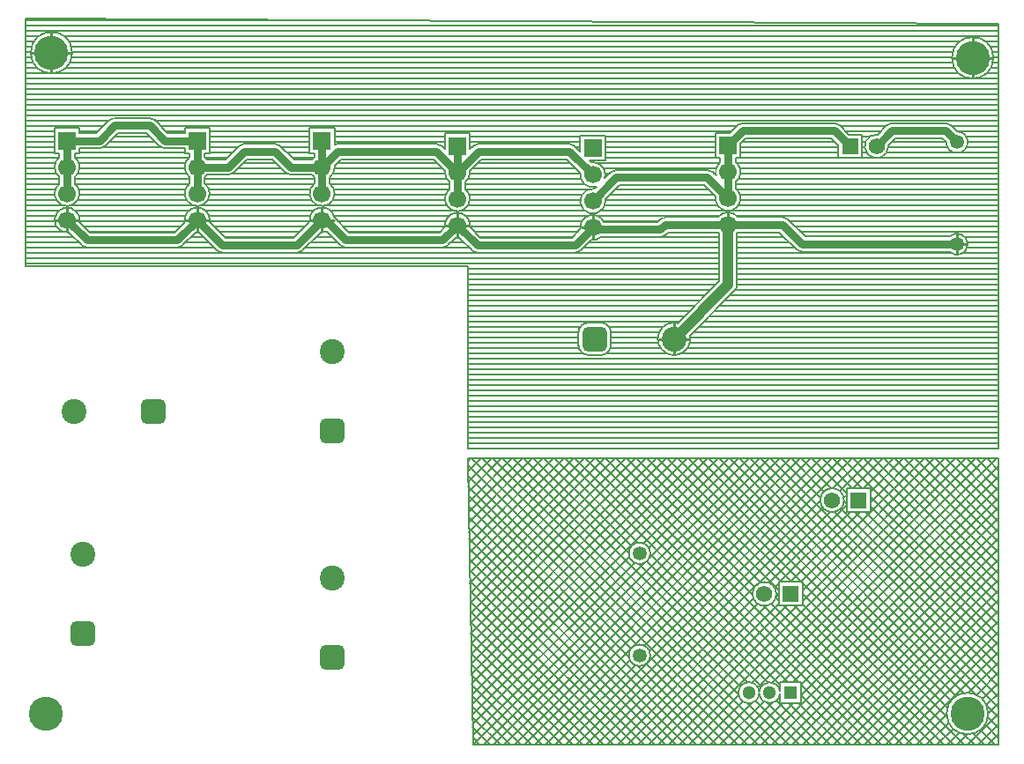
<source format=gtl>
G04*
G04 #@! TF.GenerationSoftware,Altium Limited,Altium Designer,22.1.2 (22)*
G04*
G04 Layer_Physical_Order=1*
G04 Layer_Color=255*
%FSLAX25Y25*%
%MOIN*%
G70*
G04*
G04 #@! TF.SameCoordinates,D2A74ED6-6853-450D-875C-18D0DEDCCFCE*
G04*
G04*
G04 #@! TF.FilePolarity,Positive*
G04*
G01*
G75*
%ADD13C,0.01000*%
%ADD19C,0.06181*%
%ADD20R,0.06181X0.06181*%
%ADD25C,0.00800*%
%ADD26C,0.02953*%
%ADD27C,0.03937*%
G04:AMPARAMS|DCode=28|XSize=94.49mil|YSize=94.49mil|CornerRadius=23.62mil|HoleSize=0mil|Usage=FLASHONLY|Rotation=0.000|XOffset=0mil|YOffset=0mil|HoleType=Round|Shape=RoundedRectangle|*
%AMROUNDEDRECTD28*
21,1,0.09449,0.04724,0,0,0.0*
21,1,0.04724,0.09449,0,0,0.0*
1,1,0.04724,0.02362,-0.02362*
1,1,0.04724,-0.02362,-0.02362*
1,1,0.04724,-0.02362,0.02362*
1,1,0.04724,0.02362,0.02362*
%
%ADD28ROUNDEDRECTD28*%
%ADD29C,0.09449*%
G04:AMPARAMS|DCode=30|XSize=94.49mil|YSize=94.49mil|CornerRadius=23.62mil|HoleSize=0mil|Usage=FLASHONLY|Rotation=90.000|XOffset=0mil|YOffset=0mil|HoleType=Round|Shape=RoundedRectangle|*
%AMROUNDEDRECTD30*
21,1,0.09449,0.04724,0,0,90.0*
21,1,0.04724,0.09449,0,0,90.0*
1,1,0.04724,0.02362,0.02362*
1,1,0.04724,0.02362,-0.02362*
1,1,0.04724,-0.02362,-0.02362*
1,1,0.04724,-0.02362,0.02362*
%
%ADD30ROUNDEDRECTD30*%
%ADD31R,0.06693X0.06693*%
%ADD32C,0.06693*%
%ADD33C,0.05315*%
%ADD34C,0.05118*%
%ADD35R,0.05118X0.05118*%
%ADD36C,0.12874*%
D13*
X368110Y263779D02*
Y271217D01*
Y263779D02*
X375547D01*
X360673D02*
X368110D01*
Y256343D02*
Y263779D01*
X362205Y193307D02*
Y196965D01*
Y193307D02*
X365862D01*
X362205Y189650D02*
Y193307D01*
X275591Y200630D02*
Y204976D01*
X224410Y199567D02*
Y203913D01*
X220063Y199567D02*
X224410D01*
Y195220D02*
Y199567D01*
X255158Y157480D02*
Y163205D01*
X249434Y157480D02*
X255158D01*
X260882D01*
X255158Y151756D02*
Y157480D01*
X19685Y265748D02*
Y273185D01*
Y265748D02*
X27122D01*
X12248D02*
X19685D01*
Y258311D02*
Y265748D01*
X173228Y200472D02*
Y204819D01*
X122047Y202441D02*
Y206787D01*
X117701Y202441D02*
X122047D01*
X168882Y200472D02*
X173228D01*
Y196126D02*
Y200472D01*
X177575D01*
X122047Y202441D02*
X126394D01*
X122047Y198094D02*
Y202441D01*
X74803D02*
X79150D01*
X74803D02*
Y206787D01*
X25591Y198094D02*
Y202441D01*
Y206787D01*
X74803Y198094D02*
Y202441D01*
X70457D02*
X74803D01*
X25591D02*
X29937D01*
X21244D02*
X25591D01*
D19*
X331772Y230315D02*
D03*
X289370Y61024D02*
D03*
X314961Y96457D02*
D03*
D20*
X321772Y230315D02*
D03*
X299370Y61024D02*
D03*
X324961Y96457D02*
D03*
D25*
X375947Y263779D02*
G03*
X375947Y263779I-7837J0D01*
G01*
X359908Y238254D02*
G03*
X357874Y239097I-2034J-2034D01*
G01*
X366262Y231890D02*
G03*
X362215Y235947I-4058J0D01*
G01*
X337677Y239097D02*
G03*
X335643Y238254I0J-2876D01*
G01*
X337677Y239097D02*
G03*
X335643Y238254I0J-2876D01*
G01*
X317900D02*
G03*
X315866Y239097I-2034J-2034D01*
G01*
X359908Y238254D02*
G03*
X357874Y239097I-2034J-2034D01*
G01*
X281181D02*
G03*
X279147Y238254I0J-2876D01*
G01*
X281181Y239097D02*
G03*
X279147Y238254I0J-2876D01*
G01*
X317900D02*
G03*
X315866Y239097I-2034J-2034D01*
G01*
X332176Y234787D02*
G03*
X336262Y230315I-404J-4472D01*
G01*
D02*
G03*
X336244Y230719I-4491J0D01*
G01*
X358147Y231879D02*
G03*
X366262Y231890I4058J10D01*
G01*
X280337Y220630D02*
G03*
X278467Y224406I-4747J0D01*
G01*
X272714D02*
G03*
X271054Y219234I2876J-3776D01*
G01*
X229156Y219567D02*
G03*
X223774Y224271I-4747J0D01*
G01*
X217664Y230380D02*
G03*
X215630Y231223I-2034J-2034D01*
G01*
X217664Y230380D02*
G03*
X215630Y231223I-2034J-2034D01*
G01*
X181102D02*
G03*
X179069Y230380I0J-2876D01*
G01*
X181102Y231223D02*
G03*
X179069Y230380I0J-2876D01*
G01*
X269750Y220538D02*
G03*
X267717Y221380I-2034J-2034D01*
G01*
X278467Y216854D02*
G03*
X280337Y220630I-2876J3776D01*
G01*
X269750Y220538D02*
G03*
X267717Y221380I-2034J-2034D01*
G01*
X233347D02*
G03*
X231313Y220538I0J-2876D01*
G01*
X233347Y221380D02*
G03*
X231313Y220538I0J-2876D01*
G01*
X280337Y210630D02*
G03*
X278467Y214405I-4747J0D01*
G01*
X270887Y211266D02*
G03*
X280337Y210630I4704J-636D01*
G01*
X229156Y209567D02*
G03*
X229113Y210203I-4747J0D01*
G01*
X219706Y220203D02*
G03*
X225805Y215030I4704J-636D01*
G01*
X228946Y218171D02*
G03*
X229156Y219567I-4537J1395D01*
G01*
X177975Y220472D02*
G03*
X177932Y221108I-4747J0D01*
G01*
X225045Y214271D02*
G03*
X229156Y209567I-636J-4704D01*
G01*
X366262Y193307D02*
G03*
X359343Y196184I-4058J0D01*
G01*
X298254Y202664D02*
G03*
X296220Y203506I-2034J-2034D01*
G01*
X359343Y190431D02*
G03*
X366262Y193307I2862J2876D01*
G01*
X301509Y191273D02*
G03*
X303543Y190431I2034J2034D01*
G01*
X301509Y191273D02*
G03*
X303543Y190431I2034J2034D01*
G01*
X298254Y202664D02*
G03*
X296220Y203506I-2034J-2034D01*
G01*
X279366D02*
G03*
X271815Y203506I-3776J-2876D01*
G01*
X278959Y197286D02*
G03*
X279366Y197754I-3368J3344D01*
G01*
X277972Y175531D02*
G03*
X278959Y177913I-2382J2382D01*
G01*
X277972Y175531D02*
G03*
X278959Y177913I-2382J2382D01*
G01*
X251811Y203506D02*
G03*
X249777Y202664I0J-2876D01*
G01*
X251811Y203506D02*
G03*
X249777Y202664I0J-2876D01*
G01*
X271815Y197754D02*
G03*
X272222Y197286I3776J2876D01*
G01*
X250000Y195942D02*
G03*
X252034Y196785I0J2876D01*
G01*
X250000Y195942D02*
G03*
X252034Y196785I0J2876D01*
G01*
X223774Y194863D02*
G03*
X227474Y195942I636J4704D01*
G01*
X228652Y201695D02*
G03*
X219706Y198931I-4242J-2128D01*
G01*
X177932Y199837D02*
G03*
X177975Y200472I-4704J636D01*
G01*
X217756Y190037D02*
G03*
X219790Y190879I0J2876D01*
G01*
X217756Y190037D02*
G03*
X219790Y190879I0J2876D01*
G01*
X178753D02*
G03*
X180787Y190037I2034J2034D01*
G01*
X178753Y190879D02*
G03*
X180787Y190037I2034J2034D01*
G01*
X261282Y157480D02*
G03*
X261157Y158715I-6124J0D01*
G01*
X231282Y159843D02*
G03*
X227520Y163605I-3762J0D01*
G01*
X256393Y163479D02*
G03*
X261282Y157480I-1235J-5999D01*
G01*
X227520Y151356D02*
G03*
X231282Y155118I0J3762D01*
G01*
X222796Y163605D02*
G03*
X219034Y159843I0J-3762D01*
G01*
Y155118D02*
G03*
X222796Y151356I3762J0D01*
G01*
X127953Y231223D02*
G03*
X126794Y230979I0J-2876D01*
G01*
X92520Y231223D02*
G03*
X90486Y230380I0J-2876D01*
G01*
X106365D02*
G03*
X104331Y231223I-2034J-2034D01*
G01*
X106365Y230380D02*
G03*
X104331Y231223I-2034J-2034D01*
G01*
X167388Y230380D02*
G03*
X165354Y231223I-2034J-2034D01*
G01*
X167388Y230380D02*
G03*
X165354Y231223I-2034J-2034D01*
G01*
X127953D02*
G03*
X126794Y230979I0J-2876D01*
G01*
X119171Y226217D02*
G03*
X118272Y225317I2876J-3776D01*
G01*
X126794Y222441D02*
G03*
X126751Y223077I-4747J0D01*
G01*
X92520Y231223D02*
G03*
X90486Y230380I0J-2876D01*
G01*
X108202Y220407D02*
G03*
X110236Y219565I2034J2034D01*
G01*
X86614D02*
G03*
X88648Y220407I0J2876D01*
G01*
X86614Y219565D02*
G03*
X88648Y220407I0J2876D01*
G01*
X58786Y240223D02*
G03*
X56752Y241065I-2034J-2034D01*
G01*
X58786Y240223D02*
G03*
X56752Y241065I-2034J-2034D01*
G01*
X43642D02*
G03*
X41608Y240223I0J-2876D01*
G01*
X43642Y241065D02*
G03*
X41608Y240223I0J-2876D01*
G01*
X27522Y265748D02*
G03*
X27522Y265748I-7837J0D01*
G01*
X60466Y230407D02*
G03*
X62500Y229565I2034J2034D01*
G01*
X60466Y230407D02*
G03*
X62500Y229565I2034J2034D01*
G01*
X37894D02*
G03*
X39928Y230407I0J2876D01*
G01*
X37894Y229565D02*
G03*
X39928Y230407I0J2876D01*
G01*
X78579Y225317D02*
G03*
X77680Y226217I-3776J-2876D01*
G01*
X30337Y222441D02*
G03*
X28467Y226217I-4747J0D01*
G01*
X176105Y216697D02*
G03*
X177975Y220472I-2876J3776D01*
G01*
Y210472D02*
G03*
X176105Y214248I-4747J0D01*
G01*
X168525Y221108D02*
G03*
X170352Y216697I4704J-636D01*
G01*
X124924Y218665D02*
G03*
X126794Y222441I-2876J3776D01*
G01*
X177975Y200472D02*
G03*
X168525Y199837I-4747J0D01*
G01*
X170352Y214248D02*
G03*
X177975Y210472I2876J-3776D01*
G01*
X126794Y212441D02*
G03*
X124924Y216217I-4747J0D01*
G01*
X118272Y219565D02*
G03*
X119171Y218665I3776J2876D01*
G01*
X126727Y203234D02*
G03*
X117344Y201805I-4680J-793D01*
G01*
X119171Y216217D02*
G03*
X126794Y212441I2876J-3776D01*
G01*
X172592Y195769D02*
G03*
X173864Y195769I636J4704D01*
G01*
X167638Y192006D02*
G03*
X169672Y192848I0J2876D01*
G01*
X167638Y192006D02*
G03*
X169672Y192848I0J2876D01*
G01*
X128978D02*
G03*
X131011Y192006I2034J2034D01*
G01*
X128978Y192848D02*
G03*
X131011Y192006I2034J2034D01*
G01*
X121411Y197737D02*
G03*
X123797Y198029I636J4704D01*
G01*
X112520Y190037D02*
G03*
X114554Y190879I0J2876D01*
G01*
X112520Y190037D02*
G03*
X114554Y190879I0J2876D01*
G01*
X108202Y220407D02*
G03*
X110236Y219565I2034J2034D01*
G01*
X77680Y218665D02*
G03*
X78579Y219565I-2876J3776D01*
G01*
X71927Y226217D02*
G03*
X71927Y218665I2876J-3776D01*
G01*
X30337Y212441D02*
G03*
X28467Y216217I-4747J0D01*
G01*
X79550Y212441D02*
G03*
X77680Y216217I-4747J0D01*
G01*
X79550Y202441D02*
G03*
X70100Y201805I-4747J0D01*
G01*
X71927Y216217D02*
G03*
X79550Y212441I2876J-3776D01*
G01*
X28467Y218665D02*
G03*
X30337Y222441I-2876J3776D01*
G01*
X22714Y226217D02*
G03*
X22714Y218665I2876J-3776D01*
G01*
X30337Y202441D02*
G03*
X26226Y197737I-4747J0D01*
G01*
X22714Y216217D02*
G03*
X30337Y212441I2876J-3776D01*
G01*
X79507Y201805D02*
G03*
X79550Y202441I-4704J636D01*
G01*
X74167Y197737D02*
G03*
X75439Y197737I636J4704D01*
G01*
X82297Y190879D02*
G03*
X84331Y190037I2034J2034D01*
G01*
X82297Y190879D02*
G03*
X84331Y190037I2034J2034D01*
G01*
X67244Y192006D02*
G03*
X69278Y192848I0J2876D01*
G01*
X67244Y192006D02*
G03*
X69278Y192848I0J2876D01*
G01*
X30294Y201805D02*
G03*
X30337Y202441I-4704J636D01*
G01*
X31116Y192848D02*
G03*
X33150Y192006I2034J2034D01*
G01*
X31116Y192848D02*
G03*
X33150Y192006I2034J2034D01*
G01*
X319451Y96457D02*
G03*
X319451Y96457I-4491J0D01*
G01*
X293861Y61024D02*
G03*
X293861Y61024I-4491J0D01*
G01*
X373979Y15748D02*
G03*
X373979Y15748I-7837J0D01*
G01*
X295253Y24211D02*
G03*
X287402Y24039I-3915J-589D01*
G01*
Y23205D02*
G03*
X295253Y23033I3937J417D01*
G01*
X287402Y24039D02*
G03*
X287402Y23205I-3937J-417D01*
G01*
X246183Y76378D02*
G03*
X246183Y76378I-4058J0D01*
G01*
Y37795D02*
G03*
X246183Y37795I-4058J0D01*
G01*
X375945Y263960D02*
X377953D01*
X375733Y261960D02*
X377953D01*
X375638Y265960D02*
X377953D01*
X374954Y259960D02*
X377953D01*
X373360Y257960D02*
X377953D01*
X372929Y269960D02*
X377953D01*
X374739Y267960D02*
X377953D01*
X368639Y255960D02*
X377953D01*
X360202Y237960D02*
X377953D01*
X365694Y233960D02*
X377953D01*
X362202Y235960D02*
X377953D01*
X359908Y238254D02*
X362215Y235947D01*
X337677Y239097D02*
X357874D01*
X281181D02*
X315866D01*
X320194Y235960D02*
X333349D01*
X332176Y234787D02*
X335643Y238254D01*
X318194Y237960D02*
X335349D01*
X326262Y233960D02*
X329149D01*
X321349Y234805D02*
X326262D01*
X317900Y238254D02*
X321349Y234805D01*
X326262Y225824D02*
Y234805D01*
X280337Y231309D02*
X282373Y233344D01*
X338869D02*
X356683D01*
X358147Y231879D01*
X337485Y231960D02*
X358066D01*
X366262D02*
X377953D01*
X336248Y229960D02*
X358635D01*
X336244Y230719D02*
X338869Y233344D01*
X326262Y231960D02*
X327593D01*
X326262Y229960D02*
X327295D01*
X365774D02*
X377953D01*
X335595Y227960D02*
X361193D01*
X363216D02*
X377953D01*
X332868Y225960D02*
X377953D01*
X326262Y227960D02*
X327948D01*
X317281Y225824D02*
Y230738D01*
X326262Y225960D02*
X330675D01*
X317281Y225824D02*
X326262D01*
X280337Y227960D02*
X317281D01*
X280337Y225960D02*
X317281D01*
X280337Y229960D02*
X317281D01*
X280147Y221960D02*
X377953D01*
X278972Y223960D02*
X377953D01*
X314675Y233344D02*
X317281Y230738D01*
X282373Y233344D02*
X314675D01*
X280989Y231960D02*
X316058D01*
X280147Y211960D02*
X377953D01*
X280290Y209960D02*
X377953D01*
X279515Y207960D02*
X377953D01*
X278972Y203960D02*
X377953D01*
X276442Y205960D02*
X377953D01*
X280290Y219960D02*
X377953D01*
X279515Y217960D02*
X377953D01*
X278972Y213960D02*
X377953D01*
X278467Y215960D02*
X377953D01*
X270844Y235376D02*
X276269D01*
X279147Y238254D01*
X270844Y225884D02*
Y235376D01*
X278467Y225884D02*
X280337D01*
X270844D02*
X272714D01*
X229156Y231960D02*
X270844D01*
X229156Y229960D02*
X270844D01*
X229156Y233960D02*
X270844D01*
X229156Y225960D02*
X270844D01*
X229156Y227960D02*
X270844D01*
X280337Y225884D02*
Y231309D01*
X278467Y224406D02*
Y225884D01*
X272714Y224406D02*
Y225884D01*
X226206Y223960D02*
X272209D01*
X229156Y224820D02*
Y234313D01*
X223224Y224820D02*
X223774Y224271D01*
X223224Y224820D02*
X229156D01*
X219663Y234313D02*
X229156D01*
X177975Y231960D02*
X219663D01*
X177975Y233960D02*
X219663D01*
X181102Y231223D02*
X215630D01*
X177975Y229960D02*
X178648D01*
X218084D02*
X219663D01*
Y228381D02*
Y234313D01*
X217664Y230380D02*
X219663Y228381D01*
X214439Y225470D02*
X219706Y220203D01*
X180784Y223960D02*
X215948D01*
X177975Y229287D02*
X179069Y230380D01*
X177975Y229287D02*
Y235219D01*
X182294Y225470D02*
X214439D01*
X177932Y221108D02*
X182294Y225470D01*
X270328Y219960D02*
X270892D01*
X269750Y220538D02*
X271054Y219234D01*
X233347Y221380D02*
X267717D01*
X229140Y219960D02*
X230735D01*
X278467Y214405D02*
Y216854D01*
X266525Y215628D02*
X270887Y211266D01*
X229140Y209960D02*
X270892D01*
X234538Y215628D02*
X266525D01*
X232871Y213960D02*
X268192D01*
X230871Y211960D02*
X270192D01*
X228508Y221960D02*
X271034D01*
X228946Y218171D02*
X231313Y220538D01*
X225045Y214271D02*
X225805Y215030D01*
X178784Y221960D02*
X217948D01*
X177947Y219960D02*
X219679D01*
X177255Y217960D02*
X219943D01*
X229113Y210203D02*
X234538Y215628D01*
X228876Y207960D02*
X271666D01*
X227495Y205960D02*
X274740D01*
X226206Y203960D02*
X272209D01*
X177736Y211960D02*
X220311D01*
X176448Y213960D02*
X222613D01*
X177947Y209960D02*
X219679D01*
X177255Y207960D02*
X219943D01*
X300958Y199960D02*
X377953D01*
X302958Y197960D02*
X377953D01*
X298958Y201960D02*
X377953D01*
X366209Y193960D02*
X377953D01*
X365274Y195960D02*
X377953D01*
X298254Y202664D02*
X304735Y196184D01*
X359343D01*
X377953Y116142D02*
Y276580D01*
X366032Y191960D02*
X377953D01*
X364499Y189960D02*
X377953D01*
X303543Y190431D02*
X359343D01*
X279366Y197754D02*
X295029D01*
X279366Y203506D02*
X296220D01*
X278959Y193960D02*
X298822D01*
X278959Y195960D02*
X296822D01*
X222871Y193960D02*
X272222D01*
X278959Y187960D02*
X377953D01*
X278959Y185960D02*
X377953D01*
X278959Y189960D02*
X359911D01*
X278959Y181960D02*
X377953D01*
X278959Y183960D02*
X377953D01*
X295029Y197754D02*
X301509Y191273D01*
X278959Y177913D02*
Y197286D01*
Y191960D02*
X300822D01*
X220871D02*
X272222D01*
X278335Y175960D02*
X377953D01*
X276402Y173960D02*
X377953D01*
X274402Y171960D02*
X377953D01*
X272402Y169960D02*
X377953D01*
X270402Y167960D02*
X377953D01*
X278959Y177960D02*
X377953D01*
X278959Y179960D02*
X377953D01*
X262402Y159960D02*
X377953D01*
X261263Y157960D02*
X377953D01*
X261091Y155960D02*
X377953D01*
X260170Y153960D02*
X377953D01*
X257811Y151960D02*
X377953D01*
X268402Y165960D02*
X377953D01*
X261157Y158715D02*
X277972Y175531D01*
X266402Y163960D02*
X377953D01*
X264402Y161960D02*
X377953D01*
X177165Y139960D02*
X377953D01*
X177165Y137960D02*
X377953D01*
X177165Y141960D02*
X377953D01*
X177165Y133960D02*
X377953D01*
X177165Y135960D02*
X377953D01*
X177165Y147960D02*
X377953D01*
X177165Y149960D02*
X377953D01*
X177165Y143960D02*
X377953D01*
X177165Y145960D02*
X377953D01*
X177165Y121960D02*
X377953D01*
X177165Y119960D02*
X377953D01*
X177165Y123960D02*
X377953D01*
X177165Y116142D02*
X377953D01*
X177165Y117960D02*
X377953D01*
X177165Y129960D02*
X377953D01*
X177165Y131960D02*
X377953D01*
X177165Y125960D02*
X377953D01*
X177165Y127960D02*
X377953D01*
X251811Y203506D02*
X271815D01*
X253003Y197754D02*
X271815D01*
X248809Y201695D02*
X249777Y202664D01*
X228508Y201960D02*
X249074D01*
X228652Y201695D02*
X248809D01*
X272222Y179308D02*
Y197286D01*
X252034Y196785D02*
X253003Y197754D01*
X250320Y195960D02*
X272222D01*
X227474Y195942D02*
X250000D01*
X177947Y199960D02*
X219679D01*
X177736Y201960D02*
X220311D01*
X216564Y195790D02*
X219706Y198931D01*
X179808Y197960D02*
X218735D01*
X177932Y199837D02*
X181979Y195790D01*
X216564D01*
X181808Y195960D02*
X216735D01*
X219790Y190879D02*
X223774Y194863D01*
X177165Y181960D02*
X272222D01*
X177165Y183960D02*
X272222D01*
X180787Y190037D02*
X217756D01*
X177165Y116142D02*
Y185039D01*
X256393Y163479D02*
X272222Y179308D01*
X230630Y161960D02*
X250982D01*
X222796Y163605D02*
X227520D01*
X231282Y157960D02*
X249052D01*
X231280Y159960D02*
X249558D01*
X231100Y153960D02*
X250146D01*
X229565Y151960D02*
X252505D01*
X231282Y155960D02*
X249225D01*
X231282Y155118D02*
Y159843D01*
X222796Y151356D02*
X227520D01*
X177165Y177960D02*
X270874D01*
X177165Y175960D02*
X268874D01*
X177165Y179960D02*
X272222D01*
X177165Y171960D02*
X264874D01*
X177165Y173960D02*
X266874D01*
X177165Y167960D02*
X260874D01*
X177165Y169960D02*
X262874D01*
X177165Y163960D02*
X256874D01*
X177165Y165960D02*
X258874D01*
X177165Y161960D02*
X219686D01*
X177165Y151960D02*
X220751D01*
X177165Y153960D02*
X219216D01*
X219034Y155118D02*
Y159843D01*
X177165Y159960D02*
X219035D01*
X177165Y155960D02*
X219034D01*
X177165Y157960D02*
X219034D01*
X27519Y265960D02*
X360583D01*
X59048Y239960D02*
X377953D01*
X27315Y263960D02*
X360275D01*
X126794Y235960D02*
X276853D01*
X61048Y237960D02*
X278853D01*
X117301Y237187D02*
X126794D01*
X168482Y235219D02*
X177975D01*
X79550Y235960D02*
X117301D01*
X126794Y233960D02*
X168482D01*
X79550D02*
X117301D01*
X126794Y230979D02*
Y237187D01*
X168482Y229287D02*
Y235219D01*
X117301Y227695D02*
Y237187D01*
X126794Y231960D02*
X168482D01*
X79550D02*
X117301D01*
X9843Y275960D02*
X377953D01*
X9843Y273960D02*
X377953D01*
X9843Y278549D02*
X377953Y276580D01*
X26294Y269960D02*
X363292D01*
X24463Y271960D02*
X377953D01*
X27203Y267960D02*
X361482D01*
X9843Y277960D02*
X119838D01*
X26546Y261960D02*
X360487D01*
X24969Y259960D02*
X361267D01*
X9843Y247960D02*
X377953D01*
X9843Y245960D02*
X377953D01*
X9843Y249960D02*
X377953D01*
X9843Y241960D02*
X377953D01*
X9843Y243960D02*
X377953D01*
X20563Y257960D02*
X362861D01*
X9843Y255960D02*
X367582D01*
X9843Y251960D02*
X377953D01*
X9843Y253960D02*
X377953D01*
X127953Y231223D02*
X165354D01*
X167808Y229960D02*
X168482D01*
X167388Y230380D02*
X168482Y229287D01*
X117301Y227695D02*
X119171D01*
Y226217D02*
Y227695D01*
X110785Y225960D02*
X118862D01*
X129144Y225470D02*
X164163D01*
X168525Y221108D01*
X127635Y223960D02*
X165673D01*
X126769Y221960D02*
X167673D01*
X126094Y219960D02*
X168510D01*
X126751Y223077D02*
X129144Y225470D01*
X111428Y225317D02*
X118272D01*
X106785Y229960D02*
X117301D01*
X106365Y230380D02*
X111428Y225317D01*
X92520Y231223D02*
X104331D01*
X108785Y227960D02*
X117301D01*
X93711Y225470D02*
X103139D01*
X85423Y225317D02*
X90486Y230380D01*
X79550Y227960D02*
X88066D01*
X79550Y229960D02*
X90066D01*
X103139Y225470D02*
X108202Y220407D01*
X90201Y221960D02*
X106649D01*
X110236Y219565D02*
X118272D01*
X88070Y219960D02*
X108780D01*
X92201Y223960D02*
X104649D01*
X88648Y220407D02*
X93711Y225470D01*
X43642Y241065D02*
X56752D01*
X70057Y237187D02*
X79550D01*
X63048Y235960D02*
X70057D01*
X20844Y237187D02*
X30337D01*
Y235960D02*
X37345D01*
X30337Y235317D02*
Y237187D01*
X70057Y235317D02*
Y237187D01*
X79550Y227695D02*
Y237187D01*
X58786Y240223D02*
X63691Y235317D01*
X70057D01*
X55560Y235313D02*
X60466Y230407D01*
X36702Y235317D02*
X41608Y240223D01*
X30337Y235317D02*
X36702D01*
X44833Y235313D02*
X55560D01*
X39928Y230407D02*
X44833Y235313D01*
X9843Y269960D02*
X13076D01*
X9843Y271960D02*
X14907D01*
X9843Y265960D02*
X11851D01*
X9843Y267960D02*
X12167D01*
X9843Y261960D02*
X12824D01*
X9843Y263960D02*
X12055D01*
X9843Y237960D02*
X39345D01*
X9843Y239960D02*
X41345D01*
X20844Y227695D02*
Y237187D01*
X9843Y233960D02*
X20844D01*
X9843Y259960D02*
X14401D01*
X9843Y235960D02*
X20844D01*
X9843Y257960D02*
X18807D01*
X39350Y229960D02*
X61044D01*
X62500Y229565D02*
X70057D01*
X30337Y227960D02*
X70057D01*
X43481Y233960D02*
X56913D01*
X41481Y231960D02*
X58913D01*
X77988Y225960D02*
X86066D01*
X77680Y227695D02*
X79550D01*
X78579Y219565D02*
X86614D01*
X78579Y225317D02*
X85423D01*
X70057Y227695D02*
X71927D01*
X70057D02*
Y229565D01*
X77680Y226217D02*
Y227695D01*
X71927Y226217D02*
Y227695D01*
X30337Y229565D02*
X37894D01*
X30337Y227695D02*
Y229565D01*
X22714Y226217D02*
Y227695D01*
X28467D02*
X30337D01*
X28467Y226217D02*
Y227695D01*
X9843Y229960D02*
X20844D01*
X9843Y231960D02*
X20844D01*
Y227695D02*
X22714D01*
X9843Y227960D02*
X20844D01*
X28775Y225960D02*
X71618D01*
X30087Y223960D02*
X70306D01*
X30313Y221960D02*
X70081D01*
X29637Y219960D02*
X70757D01*
X9843Y223960D02*
X21094D01*
X9843Y225960D02*
X22406D01*
X9843Y219960D02*
X21544D01*
X9843Y221960D02*
X20868D01*
X176105Y214248D02*
Y216697D01*
X170352Y214248D02*
Y216697D01*
X176105Y215960D02*
X221324D01*
X125232D02*
X170352D01*
X126769Y211960D02*
X168721D01*
X126544Y213960D02*
X170009D01*
X174701Y205960D02*
X221324D01*
X176448Y203960D02*
X222613D01*
X126094Y209960D02*
X168510D01*
X125232Y205960D02*
X171755D01*
X126727Y203234D02*
X132203Y197758D01*
X126544Y203960D02*
X170009D01*
X119171Y216217D02*
Y218665D01*
X124924Y216217D02*
Y218665D01*
X77680Y217960D02*
X119171D01*
X124924D02*
X169201D01*
X77988Y215960D02*
X118862D01*
X79525Y211960D02*
X117325D01*
X79300Y213960D02*
X117551D01*
X123614Y207960D02*
X169201D01*
X78850Y209960D02*
X118001D01*
X76369Y207960D02*
X120481D01*
X79300Y203960D02*
X117551D01*
X77988Y205960D02*
X118862D01*
X128001Y201960D02*
X168721D01*
X166446Y197758D02*
X168525Y199837D01*
X130001Y199960D02*
X168510D01*
X132203Y197758D02*
X166446D01*
X132001Y197960D02*
X166648D01*
X170784Y193960D02*
X175673D01*
X173864Y195769D02*
X178753Y190879D01*
X169672Y192848D02*
X172592Y195769D01*
X123797Y198029D02*
X128978Y192848D01*
X131011Y192006D02*
X167638D01*
X119634Y195960D02*
X125865D01*
X117634Y193960D02*
X127865D01*
X111328Y195790D02*
X117344Y201805D01*
X79525Y201960D02*
X117325D01*
X83351Y197960D02*
X113499D01*
X81352Y199960D02*
X115499D01*
X115635Y191960D02*
X177673D01*
X9843Y187960D02*
X272222D01*
X9843Y189960D02*
X272222D01*
X9843Y185039D02*
X177165D01*
X9843Y185960D02*
X272222D01*
X114554Y190879D02*
X121411Y197737D01*
X84331Y190037D02*
X112520D01*
X71927Y216217D02*
Y218665D01*
X77680Y216217D02*
Y218665D01*
X28467Y217960D02*
X71927D01*
X30087Y213960D02*
X70306D01*
X28775Y215960D02*
X71618D01*
X30313Y211960D02*
X70081D01*
X29637Y209960D02*
X70757D01*
X30087Y203960D02*
X70306D01*
X28775Y205960D02*
X71618D01*
X22714Y216217D02*
Y218665D01*
X28467Y216217D02*
Y218665D01*
X9843Y217960D02*
X22714D01*
X9843Y213960D02*
X21094D01*
X9843Y215960D02*
X22406D01*
X9843Y209960D02*
X21544D01*
X9843Y211960D02*
X20868D01*
X27157Y207960D02*
X73237D01*
X9843D02*
X24024D01*
X9843Y188976D02*
Y278549D01*
Y203960D02*
X21094D01*
X9843Y205960D02*
X22406D01*
X85352Y195960D02*
X111499D01*
X72390D02*
X77216D01*
X66053Y197758D02*
X70100Y201805D01*
X34341Y197758D02*
X66053D01*
X34139Y197960D02*
X66255D01*
X79507Y201805D02*
X85522Y195790D01*
X111328D01*
X75439Y197737D02*
X82297Y190879D01*
X70390Y193960D02*
X79216D01*
X69278Y192848D02*
X74167Y197737D01*
X30313Y201960D02*
X70081D01*
X32139Y199960D02*
X68255D01*
X30294Y201805D02*
X34341Y197758D01*
X9843Y201960D02*
X20868D01*
X9843Y197960D02*
X24024D01*
X9843Y199960D02*
X21544D01*
X26226Y197737D02*
X31116Y192848D01*
X33150Y192006D02*
X67244D01*
X9843Y191960D02*
X81216D01*
X9843Y193960D02*
X30003D01*
X9843Y195960D02*
X28003D01*
X9843Y185039D02*
Y187008D01*
Y188976D01*
X369625Y112205D02*
X377953Y103877D01*
X357933Y112205D02*
X377953Y92185D01*
X354035Y112205D02*
X377953Y88288D01*
X329451Y95748D02*
X345908Y112205D01*
X373523D02*
X377953Y107775D01*
X342343Y112205D02*
X377953Y76595D01*
X330651Y112205D02*
X377953Y64903D01*
X350138Y112205D02*
X377953Y84390D01*
X346241Y112205D02*
X377953Y80493D01*
X303861Y62363D02*
X353703Y112205D01*
X326753D02*
X377953Y61005D01*
X329451Y99646D02*
X342010Y112205D01*
X303115Y65514D02*
X349805Y112205D01*
X292336Y27453D02*
X377087Y112205D01*
X322856D02*
X377953Y57108D01*
X303861Y58465D02*
X357600Y112205D01*
X284524Y27437D02*
X369292Y112205D01*
X361830D02*
X377953Y96082D01*
X338446Y112205D02*
X377953Y72698D01*
X377420Y112205D02*
X377953Y111672D01*
X365728Y112205D02*
X377953Y99980D01*
X329451Y93917D02*
X377953Y45415D01*
X327505Y91966D02*
X377953Y41518D01*
X334548Y112205D02*
X377953Y68800D01*
X329451Y97815D02*
X377953Y49313D01*
X318263Y93413D02*
X377953Y33723D01*
X315744Y92035D02*
X377953Y29826D01*
X318958Y112205D02*
X377953Y53210D01*
X323607Y91966D02*
X377953Y37621D01*
X291676Y112205D02*
X377953Y25928D01*
X303172Y26597D02*
X377953Y101378D01*
X296361Y27581D02*
X377953Y109173D01*
X300259Y27581D02*
X377953Y105275D01*
X322958Y100947D02*
X334215Y112205D01*
X326855Y100947D02*
X338113Y112205D01*
X317935Y99821D02*
X330318Y112205D01*
X320470Y100947D02*
X329451D01*
X320470Y91966D02*
Y100947D01*
X329451Y91966D02*
Y100947D01*
X319361Y97351D02*
X320470Y98459D01*
X319440Y96134D02*
X320470Y95103D01*
X315061Y112205D02*
X326319Y100947D01*
X315159Y100943D02*
X326420Y112205D01*
X303369D02*
X314638Y100936D01*
X311163Y112205D02*
X322421Y100947D01*
X307266Y112205D02*
X320470Y99001D01*
X295574Y112205D02*
X310539Y97240D01*
X299471Y112205D02*
X311917Y99759D01*
X299217Y65514D02*
X325669Y91966D01*
X320470D02*
X329451D01*
X295320Y65514D02*
X321772Y91966D01*
X294880Y65514D02*
X303861D01*
Y56533D02*
Y65514D01*
X294880Y56533D02*
X303861D01*
X303290Y65514D02*
X303861Y64944D01*
X295253Y27581D02*
X303172D01*
X291083Y65175D02*
X320470Y94562D01*
X286419Y64408D02*
X314067Y92056D01*
X294880Y65074D02*
X295320Y65514D01*
X293190Y63384D02*
X294880Y65074D01*
Y56533D02*
Y65514D01*
X293625Y59589D02*
X294880Y58335D01*
X293754Y60051D02*
X294880Y61177D01*
X315589Y3937D02*
X377953Y66301D01*
X319486Y3937D02*
X377953Y62403D01*
X307794Y3937D02*
X377953Y74096D01*
X311692Y3937D02*
X377953Y70198D01*
Y3937D02*
Y112205D01*
X331179Y3937D02*
X377953Y50711D01*
X323384Y3937D02*
X377953Y58506D01*
X327281Y3937D02*
X377953Y54608D01*
X283881Y112205D02*
X377953Y18133D01*
X288307Y3937D02*
X377953Y93583D01*
X287779Y112205D02*
X377953Y22031D01*
X303172Y22699D02*
X377953Y97480D01*
X299999Y3937D02*
X377953Y81890D01*
X303897Y3937D02*
X377953Y77993D01*
X292204Y3937D02*
X377953Y89685D01*
X296102Y3937D02*
X377953Y85788D01*
X373976Y15555D02*
X377953Y19531D01*
X373339Y18850D02*
X377953Y14236D01*
X371798Y21172D02*
X377953Y27326D01*
X373349Y18825D02*
X377953Y23429D01*
X374051Y3937D02*
X377953Y7839D01*
X375984Y3937D02*
X377953D01*
X373866Y14425D02*
X377953Y10339D01*
X372792Y11602D02*
X377953Y6441D01*
X335076Y3937D02*
X377953Y46813D01*
X338974Y3937D02*
X377953Y42916D01*
X366412Y23580D02*
X377953Y35121D01*
X369539Y22810D02*
X377953Y31224D01*
X366256Y3937D02*
X377953Y15634D01*
X370153Y3937D02*
X377953Y11736D01*
X342871Y3937D02*
X377953Y39019D01*
X370943Y9554D02*
X376559Y3937D01*
X300579Y56533D02*
X353175Y3937D01*
X296681Y56533D02*
X349277Y3937D01*
X303172Y19663D02*
Y27581D01*
X303861Y64944D02*
X364867Y3937D01*
X303861Y61046D02*
X360970Y3937D01*
X303861Y57149D02*
X357072Y3937D01*
X303172Y26658D02*
X325893Y3937D01*
X286776Y25791D02*
X373190Y112205D01*
X295253Y24211D02*
Y27581D01*
X294619Y25839D02*
X295253Y26474D01*
X291961Y57356D02*
X345380Y3937D01*
X288857Y56563D02*
X341482Y3937D01*
X295253Y19663D02*
Y23033D01*
X350666Y3937D02*
X359080Y12350D01*
X354563Y3937D02*
X360718Y10091D01*
X303172Y22761D02*
X321995Y3937D01*
X346769D02*
X358309Y15478D01*
X368366Y8233D02*
X372662Y3937D01*
X364647Y8055D02*
X368765Y3937D01*
X358461D02*
X363064Y8540D01*
X362358Y3937D02*
X366335Y7913D01*
X285925Y20520D02*
X302508Y3937D01*
X295253Y19663D02*
X303172D01*
X287204Y22321D02*
X287507Y22625D01*
X284409Y3937D02*
X300135Y19663D01*
X298474D02*
X314200Y3937D01*
X302372Y19663D02*
X318098Y3937D01*
X293754Y20485D02*
X310303Y3937D01*
X290612Y19730D02*
X306405Y3937D01*
X245559Y74215D02*
X283548Y112205D01*
X237112D02*
X285702Y63615D01*
X241010Y112205D02*
X287935Y65279D01*
X243676Y80128D02*
X275754Y112205D01*
X245716Y78269D02*
X279651Y112205D01*
X276086D02*
X364819Y23473D01*
X279984Y112205D02*
X369244Y22945D01*
X233215Y112205D02*
X284909Y60511D01*
X244907Y112205D02*
X294880Y62232D01*
X198138Y112205D02*
X282815Y27527D01*
X177165Y112205D02*
X377953D01*
X178647Y30688D02*
X260164Y112205D01*
X178717Y26860D02*
X264061Y112205D01*
X190343D02*
X279556Y22991D01*
X194240Y112205D02*
X280363Y26082D01*
X178787Y23033D02*
X267959Y112205D01*
X178856Y19205D02*
X271856Y112205D01*
X256599D02*
X303290Y65514D01*
X272189Y112205D02*
X361995Y22398D01*
X248805Y112205D02*
X295495Y65514D01*
X252702Y112205D02*
X299393Y65514D01*
X264394Y112205D02*
X358627Y17972D01*
X268292Y112205D02*
X359947Y20549D01*
X260497Y112205D02*
X358449Y14253D01*
X243945Y41422D02*
X314728Y112205D01*
X245843Y39422D02*
X318626Y112205D01*
X213727D02*
X298351Y27581D01*
X239583Y40957D02*
X310831Y112205D01*
X217625D02*
X302249Y27581D01*
X246153Y75882D02*
X295253Y26781D01*
X244806Y73331D02*
X290622Y27516D01*
X241914Y72326D02*
X288202Y26038D01*
X177882Y72795D02*
X217292Y112205D01*
X177952Y68967D02*
X221189Y112205D01*
X177743Y80450D02*
X209497Y112205D01*
X177812Y76623D02*
X213394Y112205D01*
X178160Y57483D02*
X232882Y112205D01*
X178230Y53655D02*
X236779Y112205D01*
X178021Y65139D02*
X225087Y112205D01*
X178091Y61311D02*
X228984Y112205D01*
X177325Y103418D02*
X186112Y112205D01*
X177395Y99590D02*
X190010Y112205D01*
X177186Y111073D02*
X178317Y112205D01*
X177255Y107245D02*
X182215Y112205D01*
X177603Y88106D02*
X201702Y112205D01*
X177673Y84278D02*
X205599Y112205D01*
X177464Y95762D02*
X193907Y112205D01*
X177534Y91934D02*
X197805Y112205D01*
X209830D02*
X241630Y80405D01*
X202035Y112205D02*
X238074Y76166D01*
X205933Y112205D02*
X239079Y79058D01*
X179065Y7721D02*
X244289Y72945D01*
X178926Y15377D02*
X238376Y74827D01*
X178996Y11549D02*
X240235Y72788D01*
X178369Y46000D02*
X244574Y112205D01*
X178439Y42172D02*
X248471Y112205D01*
X178299Y49828D02*
X240677Y112205D01*
X177282Y105778D02*
X241294Y41767D01*
X178508Y38344D02*
X252369Y112205D01*
X178578Y34516D02*
X256266Y112205D01*
X177354Y101809D02*
X238903Y40260D01*
X177427Y97839D02*
X238121Y37144D01*
X214255Y3937D02*
X322523Y112205D01*
X221522D02*
X329790Y3937D01*
X194768D02*
X303036Y112205D01*
X198665Y3937D02*
X306933Y112205D01*
X253230Y3937D02*
X361498Y112205D01*
X257127Y3937D02*
X365395Y112205D01*
X225420D02*
X333688Y3937D01*
X229317Y112205D02*
X337585Y3937D01*
X179178D02*
X287446Y112205D01*
X182548D02*
X290816Y3937D01*
X178650Y112205D02*
X286918Y3937D01*
X179178D02*
X287446Y112205D01*
X186973Y3937D02*
X295241Y112205D01*
X190871Y3937D02*
X299138Y112205D01*
X183076Y3937D02*
X291343Y112205D01*
X186445D02*
X294713Y3937D01*
X245435D02*
X298031Y56533D01*
X249332Y3937D02*
X301928Y56533D01*
X241537Y3937D02*
X294880Y57279D01*
X268820Y3937D02*
X284766Y19883D01*
X282834Y19714D02*
X298611Y3937D01*
X280512D02*
X296238Y19663D01*
X272717Y3937D02*
X289122Y20342D01*
X276614Y3937D02*
X292521Y19844D01*
X222050Y3937D02*
X311596Y93483D01*
X179134Y3937D02*
X375984D01*
X177210Y109748D02*
X283021Y3937D01*
X218153D02*
X310474Y96259D01*
X233743Y3937D02*
X287009Y57204D01*
X237640Y3937D02*
X290343Y56640D01*
X225948Y3937D02*
X285985Y63975D01*
X229845Y3937D02*
X285219Y59311D01*
X178004Y66082D02*
X240149Y3937D01*
X178076Y62112D02*
X236251Y3937D01*
X178148Y58143D02*
X232354Y3937D01*
X178220Y54173D02*
X228456Y3937D01*
X178293Y50203D02*
X224559Y3937D01*
X202563D02*
X238964Y40338D01*
X178365Y46234D02*
X220661Y3937D01*
X178437Y42264D02*
X216764Y3937D01*
X177499Y93869D02*
X267431Y3937D01*
X177571Y89900D02*
X263533Y3937D01*
X177165Y112205D02*
X179134Y3937D01*
X177643Y85930D02*
X259636Y3937D01*
X177715Y81960D02*
X255739Y3937D01*
X177787Y77991D02*
X251841Y3937D01*
X177860Y74021D02*
X247944Y3937D01*
X177932Y70051D02*
X244046Y3937D01*
X210358D02*
X240499Y34078D01*
X241475Y33790D02*
X271328Y3937D01*
X206460D02*
X238499Y35976D01*
X179087Y6538D02*
X181687Y3937D01*
X261025D02*
X279650Y22562D01*
X264922Y3937D02*
X281295Y20310D01*
X246097Y36963D02*
X279123Y3937D01*
X244591Y34572D02*
X275226Y3937D01*
X178509Y38295D02*
X212867Y3937D01*
X178581Y34325D02*
X208969Y3937D01*
X178654Y30355D02*
X205072Y3937D01*
X178726Y26386D02*
X201174Y3937D01*
X178798Y22416D02*
X197277Y3937D01*
X178870Y18446D02*
X193379Y3937D01*
X178942Y14477D02*
X189482Y3937D01*
X179014Y10507D02*
X185584Y3937D01*
D26*
X337677Y236221D02*
X357874D01*
X331772Y230315D02*
X337677Y236221D01*
X357874D02*
X362205Y231890D01*
X275591Y230630D02*
X281181Y236221D01*
X315866D02*
X321772Y230315D01*
X281181Y236221D02*
X315866D01*
X224410Y209567D02*
X233347Y218504D01*
X267717D02*
X275591Y210630D01*
X233347Y218504D02*
X267717D01*
X215630Y228346D02*
X224410Y219567D01*
X173228Y220472D02*
X181102Y228346D01*
X215630D01*
X217756Y192913D02*
X224410Y199567D01*
X173228Y200472D02*
X180787Y192913D01*
X217756D01*
X167638Y194882D02*
X173228Y200472D01*
X123452Y202441D02*
X131011Y194882D01*
X167638D01*
X122047Y202441D02*
X123452D01*
X122047Y222441D02*
X127953Y228346D01*
X165354D02*
X173228Y220472D01*
X127953Y228346D02*
X165354D01*
X112520Y192913D02*
X122047Y202441D01*
X84331Y192913D02*
X112520D01*
X74803Y202441D02*
X84331Y192913D01*
X25591Y202441D02*
X33150Y194882D01*
X67244D02*
X74803Y202441D01*
X33150Y194882D02*
X67244D01*
X110236Y222441D02*
X122047D01*
X104331Y228346D02*
X110236Y222441D01*
X74803D02*
X86614D01*
X92520Y228346D01*
X62500Y232441D02*
X74803D01*
X56752Y238189D02*
X62500Y232441D01*
X25591D02*
X37894D01*
X43642Y238189D01*
X25591Y212441D02*
Y222441D01*
Y232441D01*
X43642Y238189D02*
X56752D01*
X74803Y222441D02*
Y232441D01*
Y212441D02*
Y222441D01*
X92520Y228346D02*
X104331D01*
X122047Y222441D02*
Y232441D01*
Y212441D02*
Y222441D01*
X173228Y220472D02*
Y230472D01*
Y210472D02*
Y220472D01*
X275591Y210630D02*
Y220630D01*
Y230630D01*
X296220Y200630D02*
X303543Y193307D01*
X275591Y200630D02*
X296220D01*
X303543Y193307D02*
X362205D01*
X224410Y199567D02*
X225157Y198819D01*
X250000D01*
X251811Y200630D02*
X275591D01*
X250000Y198819D02*
X251811Y200630D01*
D27*
X275591Y177913D02*
Y200630D01*
X255158Y157480D02*
X275591Y177913D01*
D28*
X225158Y157480D02*
D03*
X58307Y129921D02*
D03*
D29*
X255158Y157480D02*
D03*
X125984Y66929D02*
D03*
X28307Y129921D02*
D03*
X31496Y76024D02*
D03*
X125984Y152796D02*
D03*
D30*
X125984Y36929D02*
D03*
X31496Y46024D02*
D03*
X125984Y122796D02*
D03*
D31*
X173228Y230472D02*
D03*
X122047Y232441D02*
D03*
X275591Y230630D02*
D03*
X74803Y232441D02*
D03*
X224410Y229567D02*
D03*
X25591Y232441D02*
D03*
D32*
X173228Y220472D02*
D03*
Y210472D02*
D03*
Y200472D02*
D03*
X122047Y222441D02*
D03*
Y212441D02*
D03*
Y202441D02*
D03*
X275591Y220630D02*
D03*
Y210630D02*
D03*
Y200630D02*
D03*
X74803Y222441D02*
D03*
Y212441D02*
D03*
Y202441D02*
D03*
X224410Y219567D02*
D03*
Y209567D02*
D03*
Y199567D02*
D03*
X25591Y222441D02*
D03*
Y212441D02*
D03*
Y202441D02*
D03*
D33*
X362205Y231890D02*
D03*
Y193307D02*
D03*
X242126Y37795D02*
D03*
Y76378D02*
D03*
D34*
X283465Y23622D02*
D03*
X291339D02*
D03*
D35*
X299213D02*
D03*
D36*
X17717Y15748D02*
D03*
X19685Y265748D02*
D03*
X368110Y263779D02*
D03*
X366142Y15748D02*
D03*
M02*

</source>
